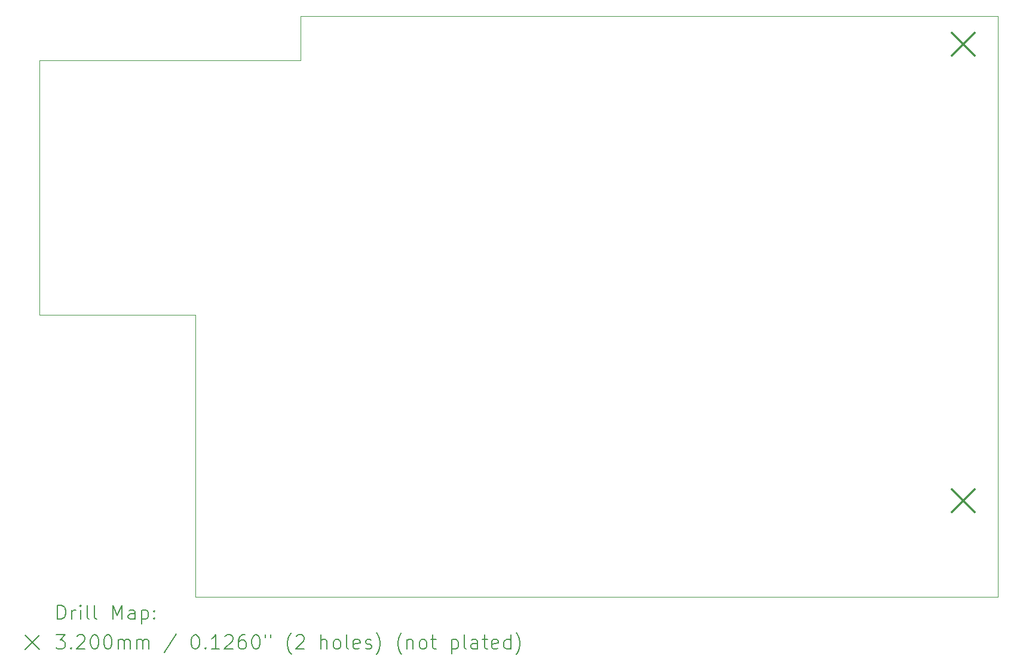
<source format=gbr>
%TF.GenerationSoftware,KiCad,Pcbnew,7.0.7*%
%TF.CreationDate,2023-11-07T21:18:32-05:00*%
%TF.ProjectId,mainControllerGRR,6d61696e-436f-46e7-9472-6f6c6c657247,rev?*%
%TF.SameCoordinates,Original*%
%TF.FileFunction,Drillmap*%
%TF.FilePolarity,Positive*%
%FSLAX45Y45*%
G04 Gerber Fmt 4.5, Leading zero omitted, Abs format (unit mm)*
G04 Created by KiCad (PCBNEW 7.0.7) date 2023-11-07 21:18:32*
%MOMM*%
%LPD*%
G01*
G04 APERTURE LIST*
%ADD10C,0.100000*%
%ADD11C,0.200000*%
%ADD12C,0.320000*%
G04 APERTURE END LIST*
D10*
X26063500Y-12207800D02*
X26063500Y-3977800D01*
X26063500Y-3977800D02*
X16182200Y-3977800D01*
X12481000Y-8214000D02*
X12481000Y-4600000D01*
X16182200Y-4600000D02*
X12481000Y-4600000D01*
X14687200Y-12207800D02*
X14687200Y-8214000D01*
X14687200Y-8214000D02*
X12481000Y-8214000D01*
X16182200Y-3977800D02*
X16182200Y-4600000D01*
X14687200Y-12207800D02*
X26063500Y-12207800D01*
D11*
D12*
X25406500Y-4212500D02*
X25726500Y-4532500D01*
X25726500Y-4212500D02*
X25406500Y-4532500D01*
X25406500Y-10683500D02*
X25726500Y-11003500D01*
X25726500Y-10683500D02*
X25406500Y-11003500D01*
D11*
X12736777Y-12524284D02*
X12736777Y-12324284D01*
X12736777Y-12324284D02*
X12784396Y-12324284D01*
X12784396Y-12324284D02*
X12812967Y-12333808D01*
X12812967Y-12333808D02*
X12832015Y-12352855D01*
X12832015Y-12352855D02*
X12841539Y-12371903D01*
X12841539Y-12371903D02*
X12851062Y-12409998D01*
X12851062Y-12409998D02*
X12851062Y-12438569D01*
X12851062Y-12438569D02*
X12841539Y-12476665D01*
X12841539Y-12476665D02*
X12832015Y-12495712D01*
X12832015Y-12495712D02*
X12812967Y-12514760D01*
X12812967Y-12514760D02*
X12784396Y-12524284D01*
X12784396Y-12524284D02*
X12736777Y-12524284D01*
X12936777Y-12524284D02*
X12936777Y-12390950D01*
X12936777Y-12429046D02*
X12946301Y-12409998D01*
X12946301Y-12409998D02*
X12955824Y-12400474D01*
X12955824Y-12400474D02*
X12974872Y-12390950D01*
X12974872Y-12390950D02*
X12993920Y-12390950D01*
X13060586Y-12524284D02*
X13060586Y-12390950D01*
X13060586Y-12324284D02*
X13051062Y-12333808D01*
X13051062Y-12333808D02*
X13060586Y-12343331D01*
X13060586Y-12343331D02*
X13070110Y-12333808D01*
X13070110Y-12333808D02*
X13060586Y-12324284D01*
X13060586Y-12324284D02*
X13060586Y-12343331D01*
X13184396Y-12524284D02*
X13165348Y-12514760D01*
X13165348Y-12514760D02*
X13155824Y-12495712D01*
X13155824Y-12495712D02*
X13155824Y-12324284D01*
X13289158Y-12524284D02*
X13270110Y-12514760D01*
X13270110Y-12514760D02*
X13260586Y-12495712D01*
X13260586Y-12495712D02*
X13260586Y-12324284D01*
X13517729Y-12524284D02*
X13517729Y-12324284D01*
X13517729Y-12324284D02*
X13584396Y-12467141D01*
X13584396Y-12467141D02*
X13651062Y-12324284D01*
X13651062Y-12324284D02*
X13651062Y-12524284D01*
X13832015Y-12524284D02*
X13832015Y-12419522D01*
X13832015Y-12419522D02*
X13822491Y-12400474D01*
X13822491Y-12400474D02*
X13803443Y-12390950D01*
X13803443Y-12390950D02*
X13765348Y-12390950D01*
X13765348Y-12390950D02*
X13746301Y-12400474D01*
X13832015Y-12514760D02*
X13812967Y-12524284D01*
X13812967Y-12524284D02*
X13765348Y-12524284D01*
X13765348Y-12524284D02*
X13746301Y-12514760D01*
X13746301Y-12514760D02*
X13736777Y-12495712D01*
X13736777Y-12495712D02*
X13736777Y-12476665D01*
X13736777Y-12476665D02*
X13746301Y-12457617D01*
X13746301Y-12457617D02*
X13765348Y-12448093D01*
X13765348Y-12448093D02*
X13812967Y-12448093D01*
X13812967Y-12448093D02*
X13832015Y-12438569D01*
X13927253Y-12390950D02*
X13927253Y-12590950D01*
X13927253Y-12400474D02*
X13946301Y-12390950D01*
X13946301Y-12390950D02*
X13984396Y-12390950D01*
X13984396Y-12390950D02*
X14003443Y-12400474D01*
X14003443Y-12400474D02*
X14012967Y-12409998D01*
X14012967Y-12409998D02*
X14022491Y-12429046D01*
X14022491Y-12429046D02*
X14022491Y-12486188D01*
X14022491Y-12486188D02*
X14012967Y-12505236D01*
X14012967Y-12505236D02*
X14003443Y-12514760D01*
X14003443Y-12514760D02*
X13984396Y-12524284D01*
X13984396Y-12524284D02*
X13946301Y-12524284D01*
X13946301Y-12524284D02*
X13927253Y-12514760D01*
X14108205Y-12505236D02*
X14117729Y-12514760D01*
X14117729Y-12514760D02*
X14108205Y-12524284D01*
X14108205Y-12524284D02*
X14098682Y-12514760D01*
X14098682Y-12514760D02*
X14108205Y-12505236D01*
X14108205Y-12505236D02*
X14108205Y-12524284D01*
X14108205Y-12400474D02*
X14117729Y-12409998D01*
X14117729Y-12409998D02*
X14108205Y-12419522D01*
X14108205Y-12419522D02*
X14098682Y-12409998D01*
X14098682Y-12409998D02*
X14108205Y-12400474D01*
X14108205Y-12400474D02*
X14108205Y-12419522D01*
X12276000Y-12752800D02*
X12476000Y-12952800D01*
X12476000Y-12752800D02*
X12276000Y-12952800D01*
X12717729Y-12744284D02*
X12841539Y-12744284D01*
X12841539Y-12744284D02*
X12774872Y-12820474D01*
X12774872Y-12820474D02*
X12803443Y-12820474D01*
X12803443Y-12820474D02*
X12822491Y-12829998D01*
X12822491Y-12829998D02*
X12832015Y-12839522D01*
X12832015Y-12839522D02*
X12841539Y-12858569D01*
X12841539Y-12858569D02*
X12841539Y-12906188D01*
X12841539Y-12906188D02*
X12832015Y-12925236D01*
X12832015Y-12925236D02*
X12822491Y-12934760D01*
X12822491Y-12934760D02*
X12803443Y-12944284D01*
X12803443Y-12944284D02*
X12746301Y-12944284D01*
X12746301Y-12944284D02*
X12727253Y-12934760D01*
X12727253Y-12934760D02*
X12717729Y-12925236D01*
X12927253Y-12925236D02*
X12936777Y-12934760D01*
X12936777Y-12934760D02*
X12927253Y-12944284D01*
X12927253Y-12944284D02*
X12917729Y-12934760D01*
X12917729Y-12934760D02*
X12927253Y-12925236D01*
X12927253Y-12925236D02*
X12927253Y-12944284D01*
X13012967Y-12763331D02*
X13022491Y-12753808D01*
X13022491Y-12753808D02*
X13041539Y-12744284D01*
X13041539Y-12744284D02*
X13089158Y-12744284D01*
X13089158Y-12744284D02*
X13108205Y-12753808D01*
X13108205Y-12753808D02*
X13117729Y-12763331D01*
X13117729Y-12763331D02*
X13127253Y-12782379D01*
X13127253Y-12782379D02*
X13127253Y-12801427D01*
X13127253Y-12801427D02*
X13117729Y-12829998D01*
X13117729Y-12829998D02*
X13003443Y-12944284D01*
X13003443Y-12944284D02*
X13127253Y-12944284D01*
X13251062Y-12744284D02*
X13270110Y-12744284D01*
X13270110Y-12744284D02*
X13289158Y-12753808D01*
X13289158Y-12753808D02*
X13298682Y-12763331D01*
X13298682Y-12763331D02*
X13308205Y-12782379D01*
X13308205Y-12782379D02*
X13317729Y-12820474D01*
X13317729Y-12820474D02*
X13317729Y-12868093D01*
X13317729Y-12868093D02*
X13308205Y-12906188D01*
X13308205Y-12906188D02*
X13298682Y-12925236D01*
X13298682Y-12925236D02*
X13289158Y-12934760D01*
X13289158Y-12934760D02*
X13270110Y-12944284D01*
X13270110Y-12944284D02*
X13251062Y-12944284D01*
X13251062Y-12944284D02*
X13232015Y-12934760D01*
X13232015Y-12934760D02*
X13222491Y-12925236D01*
X13222491Y-12925236D02*
X13212967Y-12906188D01*
X13212967Y-12906188D02*
X13203443Y-12868093D01*
X13203443Y-12868093D02*
X13203443Y-12820474D01*
X13203443Y-12820474D02*
X13212967Y-12782379D01*
X13212967Y-12782379D02*
X13222491Y-12763331D01*
X13222491Y-12763331D02*
X13232015Y-12753808D01*
X13232015Y-12753808D02*
X13251062Y-12744284D01*
X13441539Y-12744284D02*
X13460586Y-12744284D01*
X13460586Y-12744284D02*
X13479634Y-12753808D01*
X13479634Y-12753808D02*
X13489158Y-12763331D01*
X13489158Y-12763331D02*
X13498682Y-12782379D01*
X13498682Y-12782379D02*
X13508205Y-12820474D01*
X13508205Y-12820474D02*
X13508205Y-12868093D01*
X13508205Y-12868093D02*
X13498682Y-12906188D01*
X13498682Y-12906188D02*
X13489158Y-12925236D01*
X13489158Y-12925236D02*
X13479634Y-12934760D01*
X13479634Y-12934760D02*
X13460586Y-12944284D01*
X13460586Y-12944284D02*
X13441539Y-12944284D01*
X13441539Y-12944284D02*
X13422491Y-12934760D01*
X13422491Y-12934760D02*
X13412967Y-12925236D01*
X13412967Y-12925236D02*
X13403443Y-12906188D01*
X13403443Y-12906188D02*
X13393920Y-12868093D01*
X13393920Y-12868093D02*
X13393920Y-12820474D01*
X13393920Y-12820474D02*
X13403443Y-12782379D01*
X13403443Y-12782379D02*
X13412967Y-12763331D01*
X13412967Y-12763331D02*
X13422491Y-12753808D01*
X13422491Y-12753808D02*
X13441539Y-12744284D01*
X13593920Y-12944284D02*
X13593920Y-12810950D01*
X13593920Y-12829998D02*
X13603443Y-12820474D01*
X13603443Y-12820474D02*
X13622491Y-12810950D01*
X13622491Y-12810950D02*
X13651063Y-12810950D01*
X13651063Y-12810950D02*
X13670110Y-12820474D01*
X13670110Y-12820474D02*
X13679634Y-12839522D01*
X13679634Y-12839522D02*
X13679634Y-12944284D01*
X13679634Y-12839522D02*
X13689158Y-12820474D01*
X13689158Y-12820474D02*
X13708205Y-12810950D01*
X13708205Y-12810950D02*
X13736777Y-12810950D01*
X13736777Y-12810950D02*
X13755824Y-12820474D01*
X13755824Y-12820474D02*
X13765348Y-12839522D01*
X13765348Y-12839522D02*
X13765348Y-12944284D01*
X13860586Y-12944284D02*
X13860586Y-12810950D01*
X13860586Y-12829998D02*
X13870110Y-12820474D01*
X13870110Y-12820474D02*
X13889158Y-12810950D01*
X13889158Y-12810950D02*
X13917729Y-12810950D01*
X13917729Y-12810950D02*
X13936777Y-12820474D01*
X13936777Y-12820474D02*
X13946301Y-12839522D01*
X13946301Y-12839522D02*
X13946301Y-12944284D01*
X13946301Y-12839522D02*
X13955824Y-12820474D01*
X13955824Y-12820474D02*
X13974872Y-12810950D01*
X13974872Y-12810950D02*
X14003443Y-12810950D01*
X14003443Y-12810950D02*
X14022491Y-12820474D01*
X14022491Y-12820474D02*
X14032015Y-12839522D01*
X14032015Y-12839522D02*
X14032015Y-12944284D01*
X14422491Y-12734760D02*
X14251063Y-12991903D01*
X14679634Y-12744284D02*
X14698682Y-12744284D01*
X14698682Y-12744284D02*
X14717729Y-12753808D01*
X14717729Y-12753808D02*
X14727253Y-12763331D01*
X14727253Y-12763331D02*
X14736777Y-12782379D01*
X14736777Y-12782379D02*
X14746301Y-12820474D01*
X14746301Y-12820474D02*
X14746301Y-12868093D01*
X14746301Y-12868093D02*
X14736777Y-12906188D01*
X14736777Y-12906188D02*
X14727253Y-12925236D01*
X14727253Y-12925236D02*
X14717729Y-12934760D01*
X14717729Y-12934760D02*
X14698682Y-12944284D01*
X14698682Y-12944284D02*
X14679634Y-12944284D01*
X14679634Y-12944284D02*
X14660586Y-12934760D01*
X14660586Y-12934760D02*
X14651063Y-12925236D01*
X14651063Y-12925236D02*
X14641539Y-12906188D01*
X14641539Y-12906188D02*
X14632015Y-12868093D01*
X14632015Y-12868093D02*
X14632015Y-12820474D01*
X14632015Y-12820474D02*
X14641539Y-12782379D01*
X14641539Y-12782379D02*
X14651063Y-12763331D01*
X14651063Y-12763331D02*
X14660586Y-12753808D01*
X14660586Y-12753808D02*
X14679634Y-12744284D01*
X14832015Y-12925236D02*
X14841539Y-12934760D01*
X14841539Y-12934760D02*
X14832015Y-12944284D01*
X14832015Y-12944284D02*
X14822491Y-12934760D01*
X14822491Y-12934760D02*
X14832015Y-12925236D01*
X14832015Y-12925236D02*
X14832015Y-12944284D01*
X15032015Y-12944284D02*
X14917729Y-12944284D01*
X14974872Y-12944284D02*
X14974872Y-12744284D01*
X14974872Y-12744284D02*
X14955825Y-12772855D01*
X14955825Y-12772855D02*
X14936777Y-12791903D01*
X14936777Y-12791903D02*
X14917729Y-12801427D01*
X15108206Y-12763331D02*
X15117729Y-12753808D01*
X15117729Y-12753808D02*
X15136777Y-12744284D01*
X15136777Y-12744284D02*
X15184396Y-12744284D01*
X15184396Y-12744284D02*
X15203444Y-12753808D01*
X15203444Y-12753808D02*
X15212967Y-12763331D01*
X15212967Y-12763331D02*
X15222491Y-12782379D01*
X15222491Y-12782379D02*
X15222491Y-12801427D01*
X15222491Y-12801427D02*
X15212967Y-12829998D01*
X15212967Y-12829998D02*
X15098682Y-12944284D01*
X15098682Y-12944284D02*
X15222491Y-12944284D01*
X15393920Y-12744284D02*
X15355825Y-12744284D01*
X15355825Y-12744284D02*
X15336777Y-12753808D01*
X15336777Y-12753808D02*
X15327253Y-12763331D01*
X15327253Y-12763331D02*
X15308206Y-12791903D01*
X15308206Y-12791903D02*
X15298682Y-12829998D01*
X15298682Y-12829998D02*
X15298682Y-12906188D01*
X15298682Y-12906188D02*
X15308206Y-12925236D01*
X15308206Y-12925236D02*
X15317729Y-12934760D01*
X15317729Y-12934760D02*
X15336777Y-12944284D01*
X15336777Y-12944284D02*
X15374872Y-12944284D01*
X15374872Y-12944284D02*
X15393920Y-12934760D01*
X15393920Y-12934760D02*
X15403444Y-12925236D01*
X15403444Y-12925236D02*
X15412967Y-12906188D01*
X15412967Y-12906188D02*
X15412967Y-12858569D01*
X15412967Y-12858569D02*
X15403444Y-12839522D01*
X15403444Y-12839522D02*
X15393920Y-12829998D01*
X15393920Y-12829998D02*
X15374872Y-12820474D01*
X15374872Y-12820474D02*
X15336777Y-12820474D01*
X15336777Y-12820474D02*
X15317729Y-12829998D01*
X15317729Y-12829998D02*
X15308206Y-12839522D01*
X15308206Y-12839522D02*
X15298682Y-12858569D01*
X15536777Y-12744284D02*
X15555825Y-12744284D01*
X15555825Y-12744284D02*
X15574872Y-12753808D01*
X15574872Y-12753808D02*
X15584396Y-12763331D01*
X15584396Y-12763331D02*
X15593920Y-12782379D01*
X15593920Y-12782379D02*
X15603444Y-12820474D01*
X15603444Y-12820474D02*
X15603444Y-12868093D01*
X15603444Y-12868093D02*
X15593920Y-12906188D01*
X15593920Y-12906188D02*
X15584396Y-12925236D01*
X15584396Y-12925236D02*
X15574872Y-12934760D01*
X15574872Y-12934760D02*
X15555825Y-12944284D01*
X15555825Y-12944284D02*
X15536777Y-12944284D01*
X15536777Y-12944284D02*
X15517729Y-12934760D01*
X15517729Y-12934760D02*
X15508206Y-12925236D01*
X15508206Y-12925236D02*
X15498682Y-12906188D01*
X15498682Y-12906188D02*
X15489158Y-12868093D01*
X15489158Y-12868093D02*
X15489158Y-12820474D01*
X15489158Y-12820474D02*
X15498682Y-12782379D01*
X15498682Y-12782379D02*
X15508206Y-12763331D01*
X15508206Y-12763331D02*
X15517729Y-12753808D01*
X15517729Y-12753808D02*
X15536777Y-12744284D01*
X15679634Y-12744284D02*
X15679634Y-12782379D01*
X15755825Y-12744284D02*
X15755825Y-12782379D01*
X16051063Y-13020474D02*
X16041539Y-13010950D01*
X16041539Y-13010950D02*
X16022491Y-12982379D01*
X16022491Y-12982379D02*
X16012968Y-12963331D01*
X16012968Y-12963331D02*
X16003444Y-12934760D01*
X16003444Y-12934760D02*
X15993920Y-12887141D01*
X15993920Y-12887141D02*
X15993920Y-12849046D01*
X15993920Y-12849046D02*
X16003444Y-12801427D01*
X16003444Y-12801427D02*
X16012968Y-12772855D01*
X16012968Y-12772855D02*
X16022491Y-12753808D01*
X16022491Y-12753808D02*
X16041539Y-12725236D01*
X16041539Y-12725236D02*
X16051063Y-12715712D01*
X16117729Y-12763331D02*
X16127253Y-12753808D01*
X16127253Y-12753808D02*
X16146301Y-12744284D01*
X16146301Y-12744284D02*
X16193920Y-12744284D01*
X16193920Y-12744284D02*
X16212968Y-12753808D01*
X16212968Y-12753808D02*
X16222491Y-12763331D01*
X16222491Y-12763331D02*
X16232015Y-12782379D01*
X16232015Y-12782379D02*
X16232015Y-12801427D01*
X16232015Y-12801427D02*
X16222491Y-12829998D01*
X16222491Y-12829998D02*
X16108206Y-12944284D01*
X16108206Y-12944284D02*
X16232015Y-12944284D01*
X16470110Y-12944284D02*
X16470110Y-12744284D01*
X16555825Y-12944284D02*
X16555825Y-12839522D01*
X16555825Y-12839522D02*
X16546301Y-12820474D01*
X16546301Y-12820474D02*
X16527253Y-12810950D01*
X16527253Y-12810950D02*
X16498682Y-12810950D01*
X16498682Y-12810950D02*
X16479634Y-12820474D01*
X16479634Y-12820474D02*
X16470110Y-12829998D01*
X16679634Y-12944284D02*
X16660587Y-12934760D01*
X16660587Y-12934760D02*
X16651063Y-12925236D01*
X16651063Y-12925236D02*
X16641539Y-12906188D01*
X16641539Y-12906188D02*
X16641539Y-12849046D01*
X16641539Y-12849046D02*
X16651063Y-12829998D01*
X16651063Y-12829998D02*
X16660587Y-12820474D01*
X16660587Y-12820474D02*
X16679634Y-12810950D01*
X16679634Y-12810950D02*
X16708206Y-12810950D01*
X16708206Y-12810950D02*
X16727253Y-12820474D01*
X16727253Y-12820474D02*
X16736777Y-12829998D01*
X16736777Y-12829998D02*
X16746301Y-12849046D01*
X16746301Y-12849046D02*
X16746301Y-12906188D01*
X16746301Y-12906188D02*
X16736777Y-12925236D01*
X16736777Y-12925236D02*
X16727253Y-12934760D01*
X16727253Y-12934760D02*
X16708206Y-12944284D01*
X16708206Y-12944284D02*
X16679634Y-12944284D01*
X16860587Y-12944284D02*
X16841539Y-12934760D01*
X16841539Y-12934760D02*
X16832015Y-12915712D01*
X16832015Y-12915712D02*
X16832015Y-12744284D01*
X17012968Y-12934760D02*
X16993920Y-12944284D01*
X16993920Y-12944284D02*
X16955825Y-12944284D01*
X16955825Y-12944284D02*
X16936777Y-12934760D01*
X16936777Y-12934760D02*
X16927253Y-12915712D01*
X16927253Y-12915712D02*
X16927253Y-12839522D01*
X16927253Y-12839522D02*
X16936777Y-12820474D01*
X16936777Y-12820474D02*
X16955825Y-12810950D01*
X16955825Y-12810950D02*
X16993920Y-12810950D01*
X16993920Y-12810950D02*
X17012968Y-12820474D01*
X17012968Y-12820474D02*
X17022492Y-12839522D01*
X17022492Y-12839522D02*
X17022492Y-12858569D01*
X17022492Y-12858569D02*
X16927253Y-12877617D01*
X17098682Y-12934760D02*
X17117730Y-12944284D01*
X17117730Y-12944284D02*
X17155825Y-12944284D01*
X17155825Y-12944284D02*
X17174873Y-12934760D01*
X17174873Y-12934760D02*
X17184396Y-12915712D01*
X17184396Y-12915712D02*
X17184396Y-12906188D01*
X17184396Y-12906188D02*
X17174873Y-12887141D01*
X17174873Y-12887141D02*
X17155825Y-12877617D01*
X17155825Y-12877617D02*
X17127253Y-12877617D01*
X17127253Y-12877617D02*
X17108206Y-12868093D01*
X17108206Y-12868093D02*
X17098682Y-12849046D01*
X17098682Y-12849046D02*
X17098682Y-12839522D01*
X17098682Y-12839522D02*
X17108206Y-12820474D01*
X17108206Y-12820474D02*
X17127253Y-12810950D01*
X17127253Y-12810950D02*
X17155825Y-12810950D01*
X17155825Y-12810950D02*
X17174873Y-12820474D01*
X17251063Y-13020474D02*
X17260587Y-13010950D01*
X17260587Y-13010950D02*
X17279634Y-12982379D01*
X17279634Y-12982379D02*
X17289158Y-12963331D01*
X17289158Y-12963331D02*
X17298682Y-12934760D01*
X17298682Y-12934760D02*
X17308206Y-12887141D01*
X17308206Y-12887141D02*
X17308206Y-12849046D01*
X17308206Y-12849046D02*
X17298682Y-12801427D01*
X17298682Y-12801427D02*
X17289158Y-12772855D01*
X17289158Y-12772855D02*
X17279634Y-12753808D01*
X17279634Y-12753808D02*
X17260587Y-12725236D01*
X17260587Y-12725236D02*
X17251063Y-12715712D01*
X17612968Y-13020474D02*
X17603444Y-13010950D01*
X17603444Y-13010950D02*
X17584396Y-12982379D01*
X17584396Y-12982379D02*
X17574873Y-12963331D01*
X17574873Y-12963331D02*
X17565349Y-12934760D01*
X17565349Y-12934760D02*
X17555825Y-12887141D01*
X17555825Y-12887141D02*
X17555825Y-12849046D01*
X17555825Y-12849046D02*
X17565349Y-12801427D01*
X17565349Y-12801427D02*
X17574873Y-12772855D01*
X17574873Y-12772855D02*
X17584396Y-12753808D01*
X17584396Y-12753808D02*
X17603444Y-12725236D01*
X17603444Y-12725236D02*
X17612968Y-12715712D01*
X17689158Y-12810950D02*
X17689158Y-12944284D01*
X17689158Y-12829998D02*
X17698682Y-12820474D01*
X17698682Y-12820474D02*
X17717730Y-12810950D01*
X17717730Y-12810950D02*
X17746301Y-12810950D01*
X17746301Y-12810950D02*
X17765349Y-12820474D01*
X17765349Y-12820474D02*
X17774873Y-12839522D01*
X17774873Y-12839522D02*
X17774873Y-12944284D01*
X17898682Y-12944284D02*
X17879634Y-12934760D01*
X17879634Y-12934760D02*
X17870111Y-12925236D01*
X17870111Y-12925236D02*
X17860587Y-12906188D01*
X17860587Y-12906188D02*
X17860587Y-12849046D01*
X17860587Y-12849046D02*
X17870111Y-12829998D01*
X17870111Y-12829998D02*
X17879634Y-12820474D01*
X17879634Y-12820474D02*
X17898682Y-12810950D01*
X17898682Y-12810950D02*
X17927254Y-12810950D01*
X17927254Y-12810950D02*
X17946301Y-12820474D01*
X17946301Y-12820474D02*
X17955825Y-12829998D01*
X17955825Y-12829998D02*
X17965349Y-12849046D01*
X17965349Y-12849046D02*
X17965349Y-12906188D01*
X17965349Y-12906188D02*
X17955825Y-12925236D01*
X17955825Y-12925236D02*
X17946301Y-12934760D01*
X17946301Y-12934760D02*
X17927254Y-12944284D01*
X17927254Y-12944284D02*
X17898682Y-12944284D01*
X18022492Y-12810950D02*
X18098682Y-12810950D01*
X18051063Y-12744284D02*
X18051063Y-12915712D01*
X18051063Y-12915712D02*
X18060587Y-12934760D01*
X18060587Y-12934760D02*
X18079634Y-12944284D01*
X18079634Y-12944284D02*
X18098682Y-12944284D01*
X18317730Y-12810950D02*
X18317730Y-13010950D01*
X18317730Y-12820474D02*
X18336777Y-12810950D01*
X18336777Y-12810950D02*
X18374873Y-12810950D01*
X18374873Y-12810950D02*
X18393920Y-12820474D01*
X18393920Y-12820474D02*
X18403444Y-12829998D01*
X18403444Y-12829998D02*
X18412968Y-12849046D01*
X18412968Y-12849046D02*
X18412968Y-12906188D01*
X18412968Y-12906188D02*
X18403444Y-12925236D01*
X18403444Y-12925236D02*
X18393920Y-12934760D01*
X18393920Y-12934760D02*
X18374873Y-12944284D01*
X18374873Y-12944284D02*
X18336777Y-12944284D01*
X18336777Y-12944284D02*
X18317730Y-12934760D01*
X18527254Y-12944284D02*
X18508206Y-12934760D01*
X18508206Y-12934760D02*
X18498682Y-12915712D01*
X18498682Y-12915712D02*
X18498682Y-12744284D01*
X18689158Y-12944284D02*
X18689158Y-12839522D01*
X18689158Y-12839522D02*
X18679635Y-12820474D01*
X18679635Y-12820474D02*
X18660587Y-12810950D01*
X18660587Y-12810950D02*
X18622492Y-12810950D01*
X18622492Y-12810950D02*
X18603444Y-12820474D01*
X18689158Y-12934760D02*
X18670111Y-12944284D01*
X18670111Y-12944284D02*
X18622492Y-12944284D01*
X18622492Y-12944284D02*
X18603444Y-12934760D01*
X18603444Y-12934760D02*
X18593920Y-12915712D01*
X18593920Y-12915712D02*
X18593920Y-12896665D01*
X18593920Y-12896665D02*
X18603444Y-12877617D01*
X18603444Y-12877617D02*
X18622492Y-12868093D01*
X18622492Y-12868093D02*
X18670111Y-12868093D01*
X18670111Y-12868093D02*
X18689158Y-12858569D01*
X18755825Y-12810950D02*
X18832015Y-12810950D01*
X18784396Y-12744284D02*
X18784396Y-12915712D01*
X18784396Y-12915712D02*
X18793920Y-12934760D01*
X18793920Y-12934760D02*
X18812968Y-12944284D01*
X18812968Y-12944284D02*
X18832015Y-12944284D01*
X18974873Y-12934760D02*
X18955825Y-12944284D01*
X18955825Y-12944284D02*
X18917730Y-12944284D01*
X18917730Y-12944284D02*
X18898682Y-12934760D01*
X18898682Y-12934760D02*
X18889158Y-12915712D01*
X18889158Y-12915712D02*
X18889158Y-12839522D01*
X18889158Y-12839522D02*
X18898682Y-12820474D01*
X18898682Y-12820474D02*
X18917730Y-12810950D01*
X18917730Y-12810950D02*
X18955825Y-12810950D01*
X18955825Y-12810950D02*
X18974873Y-12820474D01*
X18974873Y-12820474D02*
X18984396Y-12839522D01*
X18984396Y-12839522D02*
X18984396Y-12858569D01*
X18984396Y-12858569D02*
X18889158Y-12877617D01*
X19155825Y-12944284D02*
X19155825Y-12744284D01*
X19155825Y-12934760D02*
X19136777Y-12944284D01*
X19136777Y-12944284D02*
X19098682Y-12944284D01*
X19098682Y-12944284D02*
X19079635Y-12934760D01*
X19079635Y-12934760D02*
X19070111Y-12925236D01*
X19070111Y-12925236D02*
X19060587Y-12906188D01*
X19060587Y-12906188D02*
X19060587Y-12849046D01*
X19060587Y-12849046D02*
X19070111Y-12829998D01*
X19070111Y-12829998D02*
X19079635Y-12820474D01*
X19079635Y-12820474D02*
X19098682Y-12810950D01*
X19098682Y-12810950D02*
X19136777Y-12810950D01*
X19136777Y-12810950D02*
X19155825Y-12820474D01*
X19232016Y-13020474D02*
X19241539Y-13010950D01*
X19241539Y-13010950D02*
X19260587Y-12982379D01*
X19260587Y-12982379D02*
X19270111Y-12963331D01*
X19270111Y-12963331D02*
X19279635Y-12934760D01*
X19279635Y-12934760D02*
X19289158Y-12887141D01*
X19289158Y-12887141D02*
X19289158Y-12849046D01*
X19289158Y-12849046D02*
X19279635Y-12801427D01*
X19279635Y-12801427D02*
X19270111Y-12772855D01*
X19270111Y-12772855D02*
X19260587Y-12753808D01*
X19260587Y-12753808D02*
X19241539Y-12725236D01*
X19241539Y-12725236D02*
X19232016Y-12715712D01*
M02*

</source>
